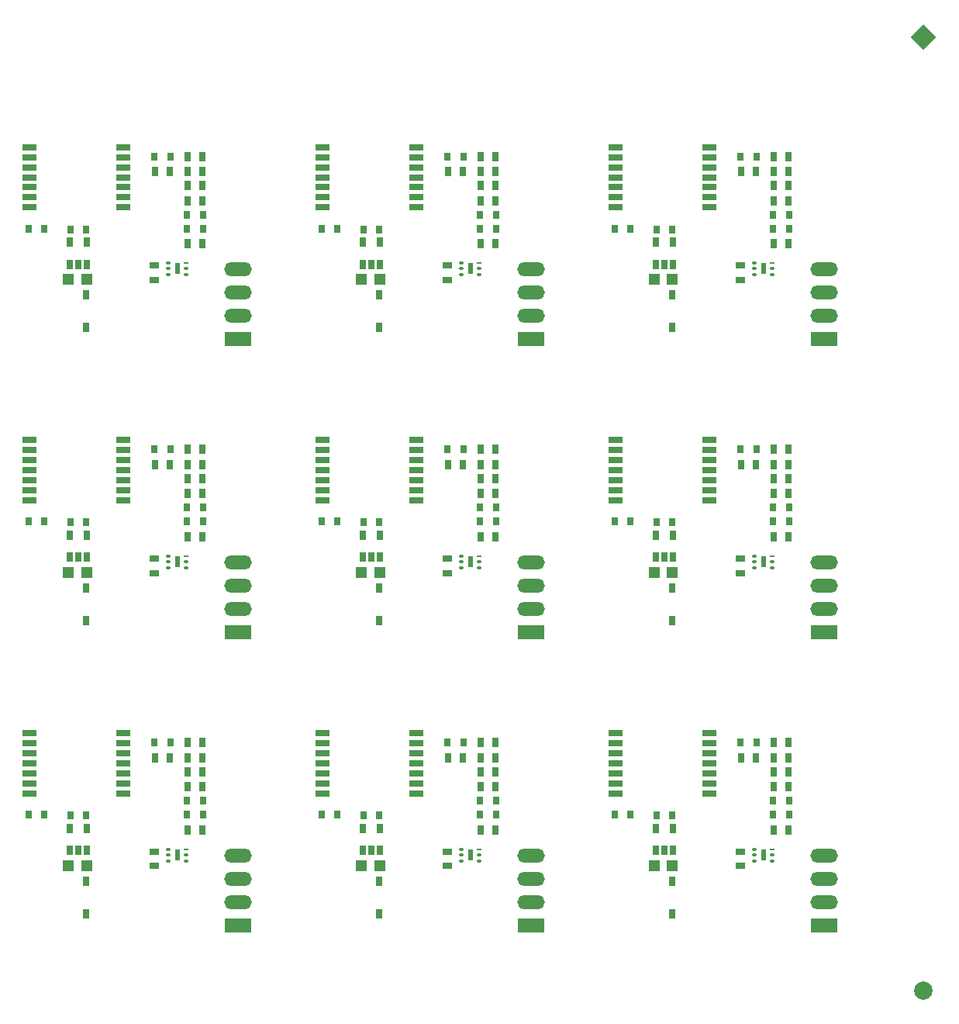
<source format=gbp>
G04*
G04 #@! TF.GenerationSoftware,Altium Limited,Altium Designer,23.5.1 (21)*
G04*
G04 Layer_Color=128*
%FSAX44Y44*%
%MOMM*%
G71*
G04*
G04 #@! TF.SameCoordinates,899CF12F-B0FD-4176-B9D3-CD2A61966E73*
G04*
G04*
G04 #@! TF.FilePolarity,Positive*
G04*
G01*
G75*
%ADD10P,2.8284X4X270.0*%
%ADD11C,2.0000*%
%ADD13R,1.1000X0.8000*%
G04:AMPARAMS|DCode=24|XSize=0.5561mm|YSize=0.2925mm|CornerRadius=0.1462mm|HoleSize=0mm|Usage=FLASHONLY|Rotation=180.000|XOffset=0mm|YOffset=0mm|HoleType=Round|Shape=RoundedRectangle|*
%AMROUNDEDRECTD24*
21,1,0.5561,0.0000,0,0,180.0*
21,1,0.2636,0.2925,0,0,180.0*
1,1,0.2925,-0.1318,0.0000*
1,1,0.2925,0.1318,0.0000*
1,1,0.2925,0.1318,0.0000*
1,1,0.2925,-0.1318,0.0000*
%
%ADD24ROUNDEDRECTD24*%
%ADD25R,0.5561X0.2925*%
%ADD27R,0.6500X1.1000*%
%ADD28R,0.8000X0.9650*%
%ADD29R,1.1430X1.2700*%
%ADD30R,0.8000X1.1000*%
%ADD31R,0.8000X1.0000*%
%ADD32R,1.5000X0.7000*%
%ADD33R,3.0000X1.5000*%
%ADD34O,3.0000X1.5000*%
%ADD57R,0.6154X1.2154*%
D10*
X01060000Y01060000D02*
D03*
D11*
X01060001Y00020000D02*
D03*
D13*
X00220000Y00155698D02*
D03*
Y00171698D02*
D03*
X00540000Y00155698D02*
D03*
Y00171698D02*
D03*
X00860001Y00155698D02*
D03*
Y00171698D02*
D03*
X00220000Y00475698D02*
D03*
Y00491698D02*
D03*
X00540000Y00475698D02*
D03*
Y00491698D02*
D03*
X00860001Y00475698D02*
D03*
Y00491698D02*
D03*
X00220000Y00795698D02*
D03*
Y00811698D02*
D03*
X00540000Y00795698D02*
D03*
Y00811698D02*
D03*
X00860001Y00795698D02*
D03*
Y00811698D02*
D03*
D24*
X00235718Y00174235D02*
D03*
Y00167736D02*
D03*
Y00161235D02*
D03*
X00255278D02*
D03*
Y00167736D02*
D03*
X00555718Y00174235D02*
D03*
Y00167736D02*
D03*
Y00161235D02*
D03*
X00575279D02*
D03*
Y00167736D02*
D03*
X00875718Y00174235D02*
D03*
Y00167736D02*
D03*
Y00161235D02*
D03*
X00895279D02*
D03*
Y00167736D02*
D03*
X00235718Y00494236D02*
D03*
Y00487736D02*
D03*
Y00481236D02*
D03*
X00255278D02*
D03*
Y00487736D02*
D03*
X00555718Y00494236D02*
D03*
Y00487736D02*
D03*
Y00481236D02*
D03*
X00575279D02*
D03*
Y00487736D02*
D03*
X00875718Y00494236D02*
D03*
Y00487736D02*
D03*
Y00481236D02*
D03*
X00895279D02*
D03*
Y00487736D02*
D03*
X00235718Y00814236D02*
D03*
Y00807736D02*
D03*
Y00801236D02*
D03*
X00255278D02*
D03*
Y00807736D02*
D03*
X00555718Y00814236D02*
D03*
Y00807736D02*
D03*
Y00801236D02*
D03*
X00575279D02*
D03*
Y00807736D02*
D03*
X00875718Y00814236D02*
D03*
Y00807736D02*
D03*
Y00801236D02*
D03*
X00895279D02*
D03*
Y00807736D02*
D03*
D25*
X00255278Y00174235D02*
D03*
X00575279D02*
D03*
X00895279D02*
D03*
X00255278Y00494236D02*
D03*
X00575279D02*
D03*
X00895279D02*
D03*
X00255278Y00814236D02*
D03*
X00575279D02*
D03*
X00895279D02*
D03*
D27*
X00146810Y00172676D02*
D03*
X00137310Y00172675D02*
D03*
X00127810Y00172676D02*
D03*
Y00196675D02*
D03*
X00146810Y00196676D02*
D03*
X00466810Y00172676D02*
D03*
X00457310Y00172675D02*
D03*
X00447811Y00172676D02*
D03*
Y00196675D02*
D03*
X00466810Y00196676D02*
D03*
X00786811Y00172676D02*
D03*
X00777311Y00172675D02*
D03*
X00767811Y00172676D02*
D03*
Y00196675D02*
D03*
X00786811Y00196676D02*
D03*
X00146810Y00492676D02*
D03*
X00137310Y00492676D02*
D03*
X00127810Y00492676D02*
D03*
Y00516676D02*
D03*
X00146810Y00516676D02*
D03*
X00466810Y00492676D02*
D03*
X00457310Y00492676D02*
D03*
X00447811Y00492676D02*
D03*
Y00516676D02*
D03*
X00466810Y00516676D02*
D03*
X00786811Y00492676D02*
D03*
X00777311Y00492676D02*
D03*
X00767811Y00492676D02*
D03*
Y00516676D02*
D03*
X00786811Y00516676D02*
D03*
X00146810Y00812676D02*
D03*
X00137310Y00812676D02*
D03*
X00127810Y00812676D02*
D03*
Y00836676D02*
D03*
X00146810Y00836676D02*
D03*
X00466810Y00812676D02*
D03*
X00457310Y00812676D02*
D03*
X00447811Y00812676D02*
D03*
Y00836676D02*
D03*
X00466810Y00836676D02*
D03*
X00786811Y00812676D02*
D03*
X00777311Y00812676D02*
D03*
X00767811Y00812676D02*
D03*
Y00836676D02*
D03*
X00786811Y00836676D02*
D03*
D28*
X00146060Y00210776D02*
D03*
X00128560Y00210776D02*
D03*
X00238154Y00290366D02*
D03*
X00220654D02*
D03*
X00256220Y00211626D02*
D03*
X00273720D02*
D03*
X00082888Y00211625D02*
D03*
X00100388D02*
D03*
X00273720Y00226866D02*
D03*
X00256220D02*
D03*
X00466060Y00210776D02*
D03*
X00448560Y00210776D02*
D03*
X00558154Y00290366D02*
D03*
X00540654D02*
D03*
X00576221Y00211626D02*
D03*
X00593721D02*
D03*
X00402888Y00211625D02*
D03*
X00420388D02*
D03*
X00593721Y00226866D02*
D03*
X00576221D02*
D03*
X00786061Y00210776D02*
D03*
X00768561Y00210776D02*
D03*
X00878155Y00290366D02*
D03*
X00860655D02*
D03*
X00896221Y00211626D02*
D03*
X00913721D02*
D03*
X00722888Y00211625D02*
D03*
X00740388D02*
D03*
X00913721Y00226866D02*
D03*
X00896221D02*
D03*
X00146060Y00530776D02*
D03*
X00128560Y00530776D02*
D03*
X00238154Y00610366D02*
D03*
X00220654D02*
D03*
X00256220Y00531626D02*
D03*
X00273720D02*
D03*
X00082888Y00531626D02*
D03*
X00100388D02*
D03*
X00273720Y00546866D02*
D03*
X00256220D02*
D03*
X00466060Y00530776D02*
D03*
X00448560Y00530776D02*
D03*
X00558154Y00610366D02*
D03*
X00540654D02*
D03*
X00576221Y00531626D02*
D03*
X00593721D02*
D03*
X00402888Y00531626D02*
D03*
X00420388D02*
D03*
X00593721Y00546866D02*
D03*
X00576221D02*
D03*
X00786061Y00530776D02*
D03*
X00768561Y00530776D02*
D03*
X00878155Y00610366D02*
D03*
X00860655D02*
D03*
X00896221Y00531626D02*
D03*
X00913721D02*
D03*
X00722888Y00531626D02*
D03*
X00740388D02*
D03*
X00913721Y00546866D02*
D03*
X00896221D02*
D03*
X00146060Y00850776D02*
D03*
X00128560Y00850776D02*
D03*
X00238154Y00930366D02*
D03*
X00220654D02*
D03*
X00256220Y00851626D02*
D03*
X00273720D02*
D03*
X00082888Y00851626D02*
D03*
X00100388D02*
D03*
X00273720Y00866866D02*
D03*
X00256220D02*
D03*
X00466060Y00850776D02*
D03*
X00448560Y00850776D02*
D03*
X00558154Y00930366D02*
D03*
X00540654D02*
D03*
X00576221Y00851626D02*
D03*
X00593721D02*
D03*
X00402888Y00851626D02*
D03*
X00420388D02*
D03*
X00593721Y00866866D02*
D03*
X00576221D02*
D03*
X00786061Y00850776D02*
D03*
X00768561Y00850776D02*
D03*
X00878155Y00930366D02*
D03*
X00860655D02*
D03*
X00896221Y00851626D02*
D03*
X00913721D02*
D03*
X00722888Y00851626D02*
D03*
X00740388D02*
D03*
X00913721Y00866866D02*
D03*
X00896221D02*
D03*
D29*
X00146231Y00156080D02*
D03*
X00126231D02*
D03*
X00466232D02*
D03*
X00446232D02*
D03*
X00786232D02*
D03*
X00766232D02*
D03*
X00146231Y00476080D02*
D03*
X00126231D02*
D03*
X00466232D02*
D03*
X00446232D02*
D03*
X00786232D02*
D03*
X00766232D02*
D03*
X00146231Y00796080D02*
D03*
X00126231D02*
D03*
X00466232D02*
D03*
X00446232D02*
D03*
X00786232D02*
D03*
X00766232D02*
D03*
D30*
X00272970Y00290366D02*
D03*
X00256970D02*
D03*
X00221410Y00273856D02*
D03*
X00237410D02*
D03*
X00272970D02*
D03*
X00256970D02*
D03*
X00272970Y00242106D02*
D03*
X00256970D02*
D03*
X00272970Y00258616D02*
D03*
X00256970D02*
D03*
X00272970Y00195116D02*
D03*
X00256970D02*
D03*
X00592971Y00290366D02*
D03*
X00576970D02*
D03*
X00541410Y00273856D02*
D03*
X00557411D02*
D03*
X00592971D02*
D03*
X00576970D02*
D03*
X00592971Y00242106D02*
D03*
X00576970D02*
D03*
X00592971Y00258616D02*
D03*
X00576970D02*
D03*
X00592971Y00195116D02*
D03*
X00576970D02*
D03*
X00912971Y00290366D02*
D03*
X00896971D02*
D03*
X00861411Y00273856D02*
D03*
X00877411D02*
D03*
X00912971D02*
D03*
X00896971D02*
D03*
X00912971Y00242106D02*
D03*
X00896971D02*
D03*
X00912971Y00258616D02*
D03*
X00896971D02*
D03*
X00912971Y00195116D02*
D03*
X00896971D02*
D03*
X00272970Y00610366D02*
D03*
X00256970D02*
D03*
X00221410Y00593856D02*
D03*
X00237410D02*
D03*
X00272970D02*
D03*
X00256970D02*
D03*
X00272970Y00562106D02*
D03*
X00256970D02*
D03*
X00272970Y00578616D02*
D03*
X00256970D02*
D03*
X00272970Y00515116D02*
D03*
X00256970D02*
D03*
X00592971Y00610366D02*
D03*
X00576970D02*
D03*
X00541410Y00593856D02*
D03*
X00557411D02*
D03*
X00592971D02*
D03*
X00576970D02*
D03*
X00592971Y00562106D02*
D03*
X00576970D02*
D03*
X00592971Y00578616D02*
D03*
X00576970D02*
D03*
X00592971Y00515116D02*
D03*
X00576970D02*
D03*
X00912971Y00610366D02*
D03*
X00896971D02*
D03*
X00861411Y00593856D02*
D03*
X00877411D02*
D03*
X00912971D02*
D03*
X00896971D02*
D03*
X00912971Y00562106D02*
D03*
X00896971D02*
D03*
X00912971Y00578616D02*
D03*
X00896971D02*
D03*
X00912971Y00515116D02*
D03*
X00896971D02*
D03*
X00272970Y00930366D02*
D03*
X00256970D02*
D03*
X00221410Y00913856D02*
D03*
X00237410D02*
D03*
X00272970D02*
D03*
X00256970D02*
D03*
X00272970Y00882106D02*
D03*
X00256970D02*
D03*
X00272970Y00898616D02*
D03*
X00256970D02*
D03*
X00272970Y00835116D02*
D03*
X00256970D02*
D03*
X00592971Y00930366D02*
D03*
X00576970D02*
D03*
X00541410Y00913856D02*
D03*
X00557411D02*
D03*
X00592971D02*
D03*
X00576970D02*
D03*
X00592971Y00882106D02*
D03*
X00576970D02*
D03*
X00592971Y00898616D02*
D03*
X00576970D02*
D03*
X00592971Y00835116D02*
D03*
X00576970D02*
D03*
X00912971Y00930366D02*
D03*
X00896971D02*
D03*
X00861411Y00913856D02*
D03*
X00877411D02*
D03*
X00912971D02*
D03*
X00896971D02*
D03*
X00912971Y00882106D02*
D03*
X00896971D02*
D03*
X00912971Y00898616D02*
D03*
X00896971D02*
D03*
X00912971Y00835116D02*
D03*
X00896971D02*
D03*
D31*
X00145590Y00103456D02*
D03*
Y00139456D02*
D03*
X00465591Y00103456D02*
D03*
Y00139456D02*
D03*
X00785591Y00103456D02*
D03*
Y00139456D02*
D03*
X00145590Y00423456D02*
D03*
Y00459456D02*
D03*
X00465591Y00423456D02*
D03*
Y00459456D02*
D03*
X00785591Y00423456D02*
D03*
Y00459456D02*
D03*
X00145590Y00743456D02*
D03*
Y00779456D02*
D03*
X00465591Y00743456D02*
D03*
Y00779456D02*
D03*
X00785591Y00743456D02*
D03*
Y00779456D02*
D03*
D32*
X00186230Y00300526D02*
D03*
Y00289526D02*
D03*
Y00278526D02*
D03*
Y00267526D02*
D03*
Y00256526D02*
D03*
Y00245526D02*
D03*
Y00234526D02*
D03*
X00084230D02*
D03*
Y00245526D02*
D03*
Y00256526D02*
D03*
Y00267526D02*
D03*
Y00278526D02*
D03*
Y00289526D02*
D03*
Y00300526D02*
D03*
X00506230D02*
D03*
Y00289526D02*
D03*
Y00278526D02*
D03*
Y00267526D02*
D03*
Y00256526D02*
D03*
Y00245526D02*
D03*
Y00234526D02*
D03*
X00404230D02*
D03*
Y00245526D02*
D03*
Y00256526D02*
D03*
Y00267526D02*
D03*
Y00278526D02*
D03*
Y00289526D02*
D03*
Y00300526D02*
D03*
X00826231D02*
D03*
Y00289526D02*
D03*
Y00278526D02*
D03*
Y00267526D02*
D03*
Y00256526D02*
D03*
Y00245526D02*
D03*
Y00234526D02*
D03*
X00724231D02*
D03*
Y00245526D02*
D03*
Y00256526D02*
D03*
Y00267526D02*
D03*
Y00278526D02*
D03*
Y00289526D02*
D03*
Y00300526D02*
D03*
X00186230Y00620526D02*
D03*
Y00609526D02*
D03*
Y00598526D02*
D03*
Y00587526D02*
D03*
Y00576526D02*
D03*
Y00565526D02*
D03*
Y00554526D02*
D03*
X00084230D02*
D03*
Y00565526D02*
D03*
Y00576526D02*
D03*
Y00587526D02*
D03*
Y00598526D02*
D03*
Y00609526D02*
D03*
Y00620526D02*
D03*
X00506230D02*
D03*
Y00609526D02*
D03*
Y00598526D02*
D03*
Y00587526D02*
D03*
Y00576526D02*
D03*
Y00565526D02*
D03*
Y00554526D02*
D03*
X00404230D02*
D03*
Y00565526D02*
D03*
Y00576526D02*
D03*
Y00587526D02*
D03*
Y00598526D02*
D03*
Y00609526D02*
D03*
Y00620526D02*
D03*
X00826231D02*
D03*
Y00609526D02*
D03*
Y00598526D02*
D03*
Y00587526D02*
D03*
Y00576526D02*
D03*
Y00565526D02*
D03*
Y00554526D02*
D03*
X00724231D02*
D03*
Y00565526D02*
D03*
Y00576526D02*
D03*
Y00587526D02*
D03*
Y00598526D02*
D03*
Y00609526D02*
D03*
Y00620526D02*
D03*
X00186230Y00940526D02*
D03*
Y00929526D02*
D03*
Y00918526D02*
D03*
Y00907526D02*
D03*
Y00896526D02*
D03*
Y00885526D02*
D03*
Y00874526D02*
D03*
X00084230D02*
D03*
Y00885526D02*
D03*
Y00896526D02*
D03*
Y00907526D02*
D03*
Y00918526D02*
D03*
Y00929526D02*
D03*
Y00940526D02*
D03*
X00506230D02*
D03*
Y00929526D02*
D03*
Y00918526D02*
D03*
Y00907526D02*
D03*
Y00896526D02*
D03*
Y00885526D02*
D03*
Y00874526D02*
D03*
X00404230D02*
D03*
Y00885526D02*
D03*
Y00896526D02*
D03*
Y00907526D02*
D03*
Y00918526D02*
D03*
Y00929526D02*
D03*
Y00940526D02*
D03*
X00826231D02*
D03*
Y00929526D02*
D03*
Y00918526D02*
D03*
Y00907526D02*
D03*
Y00896526D02*
D03*
Y00885526D02*
D03*
Y00874526D02*
D03*
X00724231D02*
D03*
Y00885526D02*
D03*
Y00896526D02*
D03*
Y00907526D02*
D03*
Y00918526D02*
D03*
Y00929526D02*
D03*
Y00940526D02*
D03*
D33*
X00311960Y00090976D02*
D03*
X00631960D02*
D03*
X00951961D02*
D03*
X00311960Y00410976D02*
D03*
X00631960D02*
D03*
X00951961D02*
D03*
X00311960Y00730976D02*
D03*
X00631960D02*
D03*
X00951961D02*
D03*
D34*
X00311960Y00116376D02*
D03*
Y00141776D02*
D03*
Y00167176D02*
D03*
X00631960Y00116376D02*
D03*
Y00141776D02*
D03*
Y00167176D02*
D03*
X00951961Y00116376D02*
D03*
Y00141776D02*
D03*
Y00167176D02*
D03*
X00311960Y00436376D02*
D03*
Y00461776D02*
D03*
Y00487176D02*
D03*
X00631960Y00436376D02*
D03*
Y00461776D02*
D03*
Y00487176D02*
D03*
X00951961Y00436376D02*
D03*
Y00461776D02*
D03*
Y00487176D02*
D03*
X00311960Y00756376D02*
D03*
Y00781776D02*
D03*
Y00807176D02*
D03*
X00631960Y00756376D02*
D03*
Y00781776D02*
D03*
Y00807176D02*
D03*
X00951961Y00756376D02*
D03*
Y00781776D02*
D03*
Y00807176D02*
D03*
D57*
X00245498Y00167736D02*
D03*
X00565499D02*
D03*
X00885499D02*
D03*
X00245498Y00487736D02*
D03*
X00565499D02*
D03*
X00885499D02*
D03*
X00245498Y00807736D02*
D03*
X00565499D02*
D03*
X00885499D02*
D03*
M02*

</source>
